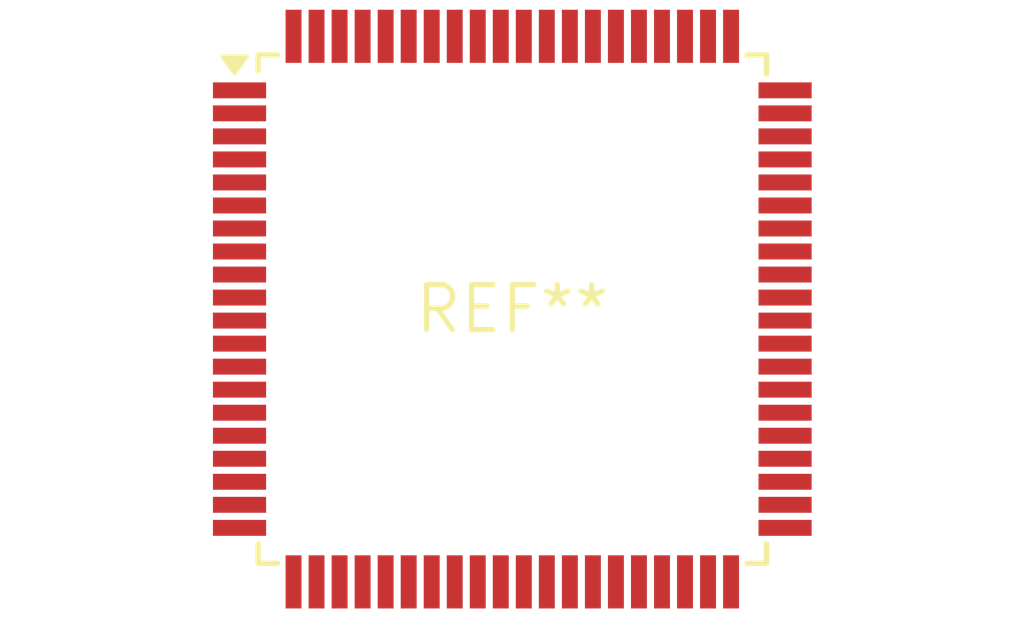
<source format=kicad_pcb>
(kicad_pcb (version 20240108) (generator pcbnew)
  (layers (0 "F.Cu" signal) (31 "B.Cu" signal) (34 "B.Paste" user) (35 "F.Paste" user) (36 "B.SilkS" user "B.Silkscreen") (37 "F.SilkS" user "F.Silkscreen") (38 "B.Mask" user) (39 "F.Mask" user) (44 "Edge.Cuts" user))
  (net 0 "")
  (footprint "TQFP-80_14x14mm_P0.65mm" (layer "F.Cu") (at 0 0)
    (property "Reference" "REF**")
    (property "Value" "TQFP-80_14x14mm_P0.65mm")
    (fp_line (start -7.175 -7.175) (end -7.175 -6.725) (layer "F.SilkS") (stroke (width 0.15)))
    (fp_line (start -7.175 -7.175) (end -6.625 -7.175) (layer "F.SilkS") (stroke (width 0.15)))
    (fp_line (start -7.175 7.175) (end -7.175 6.625) (layer "F.SilkS") (stroke (width 0.15)))
    (fp_line (start -7.175 7.175) (end -6.625 7.175) (layer "F.SilkS") (stroke (width 0.15)))
    (fp_line (start 7.175 -7.175) (end 6.625 -7.175) (layer "F.SilkS") (stroke (width 0.15)))
    (fp_line (start 7.175 -7.175) (end 7.175 -6.625) (layer "F.SilkS") (stroke (width 0.15)))
    (fp_line (start 7.175 7.175) (end 6.625 7.175) (layer "F.SilkS") (stroke (width 0.15)))
    (fp_line (start 7.175 7.175) (end 7.175 6.625) (layer "F.SilkS") (stroke (width 0.15)))
    (fp_poly (pts (xy -7.84 -6.66) (xy -8.18 -7.13) (xy -7.5 -7.13) (xy -7.84 -6.66)) (layer "F.SilkS") (stroke (width 0.12)) (fill solid))
    (pad "1" smd rect (at -7.7 -6.175) (size 1.5 0.45) (layers "F.Cu" "F.Paste" "F.Mask"))
    (pad "2" smd rect (at -7.7 -5.525) (size 1.5 0.45) (layers "F.Cu" "F.Paste" "F.Mask"))
    (pad "3" smd rect (at -7.7 -4.875) (size 1.5 0.45) (layers "F.Cu" "F.Paste" "F.Mask"))
    (pad "4" smd rect (at -7.7 -4.225) (size 1.5 0.45) (layers "F.Cu" "F.Paste" "F.Mask"))
    (pad "5" smd rect (at -7.7 -3.575) (size 1.5 0.45) (layers "F.Cu" "F.Paste" "F.Mask"))
    (pad "6" smd rect (at -7.7 -2.925) (size 1.5 0.45) (layers "F.Cu" "F.Paste" "F.Mask"))
    (pad "7" smd rect (at -7.7 -2.275) (size 1.5 0.45) (layers "F.Cu" "F.Paste" "F.Mask"))
    (pad "8" smd rect (at -7.7 -1.625) (size 1.5 0.45) (layers "F.Cu" "F.Paste" "F.Mask"))
    (pad "9" smd rect (at -7.7 -0.975) (size 1.5 0.45) (layers "F.Cu" "F.Paste" "F.Mask"))
    (pad "10" smd rect (at -7.7 -0.325) (size 1.5 0.45) (layers "F.Cu" "F.Paste" "F.Mask"))
    (pad "11" smd rect (at -7.7 0.325) (size 1.5 0.45) (layers "F.Cu" "F.Paste" "F.Mask"))
    (pad "12" smd rect (at -7.7 0.975) (size 1.5 0.45) (layers "F.Cu" "F.Paste" "F.Mask"))
    (pad "13" smd rect (at -7.7 1.625) (size 1.5 0.45) (layers "F.Cu" "F.Paste" "F.Mask"))
    (pad "14" smd rect (at -7.7 2.275) (size 1.5 0.45) (layers "F.Cu" "F.Paste" "F.Mask"))
    (pad "15" smd rect (at -7.7 2.925) (size 1.5 0.45) (layers "F.Cu" "F.Paste" "F.Mask"))
    (pad "16" smd rect (at -7.7 3.575) (size 1.5 0.45) (layers "F.Cu" "F.Paste" "F.Mask"))
    (pad "17" smd rect (at -7.7 4.225) (size 1.5 0.45) (layers "F.Cu" "F.Paste" "F.Mask"))
    (pad "18" smd rect (at -7.7 4.875) (size 1.5 0.45) (layers "F.Cu" "F.Paste" "F.Mask"))
    (pad "19" smd rect (at -7.7 5.525) (size 1.5 0.45) (layers "F.Cu" "F.Paste" "F.Mask"))
    (pad "20" smd rect (at -7.7 6.175) (size 1.5 0.45) (layers "F.Cu" "F.Paste" "F.Mask"))
    (pad "21" smd rect (at -6.175 7.7 90) (size 1.5 0.45) (layers "F.Cu" "F.Paste" "F.Mask"))
    (pad "22" smd rect (at -5.525 7.7 90) (size 1.5 0.45) (layers "F.Cu" "F.Paste" "F.Mask"))
    (pad "23" smd rect (at -4.875 7.7 90) (size 1.5 0.45) (layers "F.Cu" "F.Paste" "F.Mask"))
    (pad "24" smd rect (at -4.225 7.7 90) (size 1.5 0.45) (layers "F.Cu" "F.Paste" "F.Mask"))
    (pad "25" smd rect (at -3.575 7.7 90) (size 1.5 0.45) (layers "F.Cu" "F.Paste" "F.Mask"))
    (pad "26" smd rect (at -2.925 7.7 90) (size 1.5 0.45) (layers "F.Cu" "F.Paste" "F.Mask"))
    (pad "27" smd rect (at -2.275 7.7 90) (size 1.5 0.45) (layers "F.Cu" "F.Paste" "F.Mask"))
    (pad "28" smd rect (at -1.625 7.7 90) (size 1.5 0.45) (layers "F.Cu" "F.Paste" "F.Mask"))
    (pad "29" smd rect (at -0.975 7.7 90) (size 1.5 0.45) (layers "F.Cu" "F.Paste" "F.Mask"))
    (pad "30" smd rect (at -0.325 7.7 90) (size 1.5 0.45) (layers "F.Cu" "F.Paste" "F.Mask"))
    (pad "31" smd rect (at 0.325 7.7 90) (size 1.5 0.45) (layers "F.Cu" "F.Paste" "F.Mask"))
    (pad "32" smd rect (at 0.975 7.7 90) (size 1.5 0.45) (layers "F.Cu" "F.Paste" "F.Mask"))
    (pad "33" smd rect (at 1.625 7.7 90) (size 1.5 0.45) (layers "F.Cu" "F.Paste" "F.Mask"))
    (pad "34" smd rect (at 2.275 7.7 90) (size 1.5 0.45) (layers "F.Cu" "F.Paste" "F.Mask"))
    (pad "35" smd rect (at 2.925 7.7 90) (size 1.5 0.45) (layers "F.Cu" "F.Paste" "F.Mask"))
    (pad "36" smd rect (at 3.575 7.7 90) (size 1.5 0.45) (layers "F.Cu" "F.Paste" "F.Mask"))
    (pad "37" smd rect (at 4.225 7.7 90) (size 1.5 0.45) (layers "F.Cu" "F.Paste" "F.Mask"))
    (pad "38" smd rect (at 4.875 7.7 90) (size 1.5 0.45) (layers "F.Cu" "F.Paste" "F.Mask"))
    (pad "39" smd rect (at 5.525 7.7 90) (size 1.5 0.45) (layers "F.Cu" "F.Paste" "F.Mask"))
    (pad "40" smd rect (at 6.175 7.7 90) (size 1.5 0.45) (layers "F.Cu" "F.Paste" "F.Mask"))
    (pad "41" smd rect (at 7.7 6.175) (size 1.5 0.45) (layers "F.Cu" "F.Paste" "F.Mask"))
    (pad "42" smd rect (at 7.7 5.525) (size 1.5 0.45) (layers "F.Cu" "F.Paste" "F.Mask"))
    (pad "43" smd rect (at 7.7 4.875) (size 1.5 0.45) (layers "F.Cu" "F.Paste" "F.Mask"))
    (pad "44" smd rect (at 7.7 4.225) (size 1.5 0.45) (layers "F.Cu" "F.Paste" "F.Mask"))
    (pad "45" smd rect (at 7.7 3.575) (size 1.5 0.45) (layers "F.Cu" "F.Paste" "F.Mask"))
    (pad "46" smd rect (at 7.7 2.925) (size 1.5 0.45) (layers "F.Cu" "F.Paste" "F.Mask"))
    (pad "47" smd rect (at 7.7 2.275) (size 1.5 0.45) (layers "F.Cu" "F.Paste" "F.Mask"))
    (pad "48" smd rect (at 7.7 1.625) (size 1.5 0.45) (layers "F.Cu" "F.Paste" "F.Mask"))
    (pad "49" smd rect (at 7.7 0.975) (size 1.5 0.45) (layers "F.Cu" "F.Paste" "F.Mask"))
    (pad "50" smd rect (at 7.7 0.325) (size 1.5 0.45) (layers "F.Cu" "F.Paste" "F.Mask"))
    (pad "51" smd rect (at 7.7 -0.325) (size 1.5 0.45) (layers "F.Cu" "F.Paste" "F.Mask"))
    (pad "52" smd rect (at 7.7 -0.975) (size 1.5 0.45) (layers "F.Cu" "F.Paste" "F.Mask"))
    (pad "53" smd rect (at 7.7 -1.625) (size 1.5 0.45) (layers "F.Cu" "F.Paste" "F.Mask"))
    (pad "54" smd rect (at 7.7 -2.275) (size 1.5 0.45) (layers "F.Cu" "F.Paste" "F.Mask"))
    (pad "55" smd rect (at 7.7 -2.925) (size 1.5 0.45) (layers "F.Cu" "F.Paste" "F.Mask"))
    (pad "56" smd rect (at 7.7 -3.575) (size 1.5 0.45) (layers "F.Cu" "F.Paste" "F.Mask"))
    (pad "57" smd rect (at 7.7 -4.225) (size 1.5 0.45) (layers "F.Cu" "F.Paste" "F.Mask"))
    (pad "58" smd rect (at 7.7 -4.875) (size 1.5 0.45) (layers "F.Cu" "F.Paste" "F.Mask"))
    (pad "59" smd rect (at 7.7 -5.525) (size 1.5 0.45) (layers "F.Cu" "F.Paste" "F.Mask"))
    (pad "60" smd rect (at 7.7 -6.175) (size 1.5 0.45) (layers "F.Cu" "F.Paste" "F.Mask"))
    (pad "61" smd rect (at 6.175 -7.7 90) (size 1.5 0.45) (layers "F.Cu" "F.Paste" "F.Mask"))
    (pad "62" smd rect (at 5.525 -7.7 90) (size 1.5 0.45) (layers "F.Cu" "F.Paste" "F.Mask"))
    (pad "63" smd rect (at 4.875 -7.7 90) (size 1.5 0.45) (layers "F.Cu" "F.Paste" "F.Mask"))
    (pad "64" smd rect (at 4.225 -7.7 90) (size 1.5 0.45) (layers "F.Cu" "F.Paste" "F.Mask"))
    (pad "65" smd rect (at 3.575 -7.7 90) (size 1.5 0.45) (layers "F.Cu" "F.Paste" "F.Mask"))
    (pad "66" smd rect (at 2.925 -7.7 90) (size 1.5 0.45) (layers "F.Cu" "F.Paste" "F.Mask"))
    (pad "67" smd rect (at 2.275 -7.7 90) (size 1.5 0.45) (layers "F.Cu" "F.Paste" "F.Mask"))
    (pad "68" smd rect (at 1.625 -7.7 90) (size 1.5 0.45) (layers "F.Cu" "F.Paste" "F.Mask"))
    (pad "69" smd rect (at 0.975 -7.7 90) (size 1.5 0.45) (layers "F.Cu" "F.Paste" "F.Mask"))
    (pad "70" smd rect (at 0.325 -7.7 90) (size 1.5 0.45) (layers "F.Cu" "F.Paste" "F.Mask"))
    (pad "71" smd rect (at -0.325 -7.7 90) (size 1.5 0.45) (layers "F.Cu" "F.Paste" "F.Mask"))
    (pad "72" smd rect (at -0.975 -7.7 90) (size 1.5 0.45) (layers "F.Cu" "F.Paste" "F.Mask"))
    (pad "73" smd rect (at -1.625 -7.7 90) (size 1.5 0.45) (layers "F.Cu" "F.Paste" "F.Mask"))
    (pad "74" smd rect (at -2.275 -7.7 90) (size 1.5 0.45) (layers "F.Cu" "F.Paste" "F.Mask"))
    (pad "75" smd rect (at -2.925 -7.7 90) (size 1.5 0.45) (layers "F.Cu" "F.Paste" "F.Mask"))
    (pad "76" smd rect (at -3.575 -7.7 90) (size 1.5 0.45) (layers "F.Cu" "F.Paste" "F.Mask"))
    (pad "77" smd rect (at -4.225 -7.7 90) (size 1.5 0.45) (layers "F.Cu" "F.Paste" "F.Mask"))
    (pad "78" smd rect (at -4.875 -7.7 90) (size 1.5 0.45) (layers "F.Cu" "F.Paste" "F.Mask"))
    (pad "79" smd rect (at -5.525 -7.7 90) (size 1.5 0.45) (layers "F.Cu" "F.Paste" "F.Mask"))
    (pad "80" smd rect (at -6.175 -7.7 90) (size 1.5 0.45) (layers "F.Cu" "F.Paste" "F.Mask"))
  )
)
</source>
